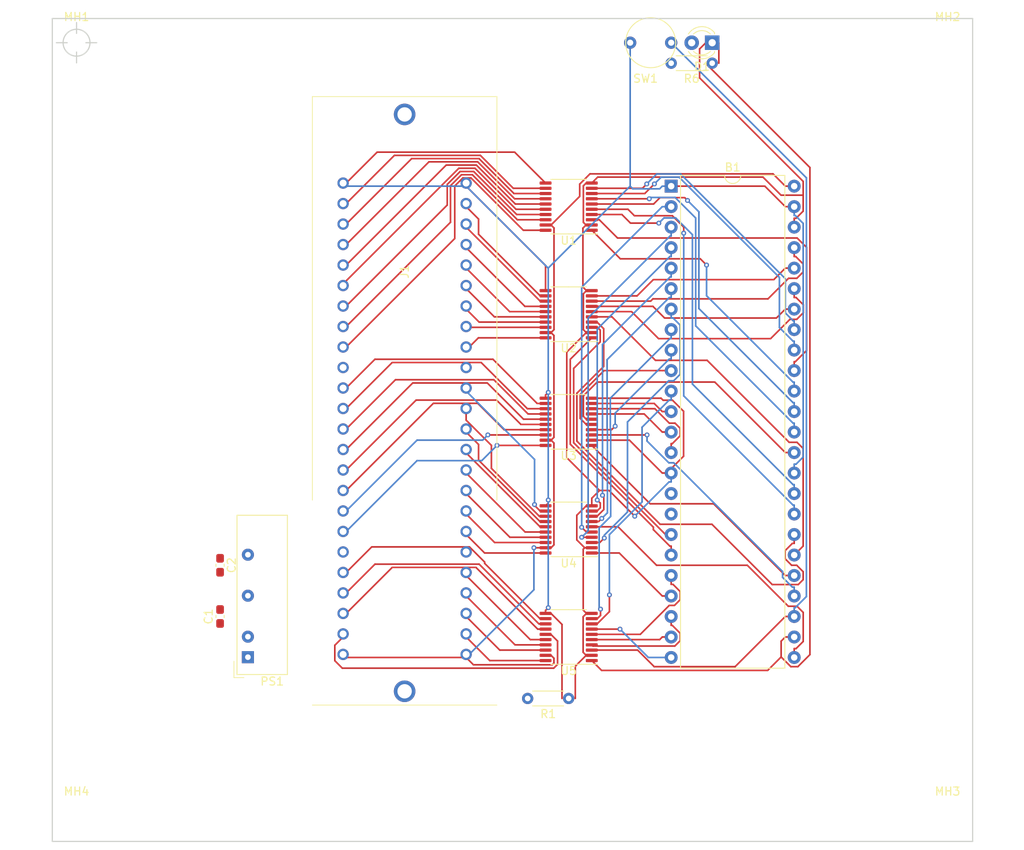
<source format=kicad_pcb>
(kicad_pcb (version 20221018) (generator pcbnew)
  (layers (0 "F.Cu" signal) (31 "B.Cu" signal) (34 "B.Paste" user) (35 "F.Paste" user) (36 "B.SilkS" user "B.Silkscreen") (37 "F.SilkS" user "F.Silkscreen") (38 "B.Mask" user) (39 "F.Mask" user) (44 "Edge.Cuts" user))
  (net 0 "")
  (net 1 "VCC")
  (net 2 "Net-(B1-P6.03)")
  (net 3 "Net-(B1-P6.02)")
  (net 4 "Net-(B1-P9.04)")
  (net 5 "Net-(B1-P9.05)")
  (net 6 "Net-(B1-P9.06)")
  (net 7 "Net-(B1-P9.08)")
  (net 8 "Net-(B1-P7.10)")
  (net 9 "Net-(B1-P7.17)")
  (net 10 "Net-(B1-P7.16)")
  (net 11 "Net-(B1-P7.11)")
  (net 12 "Net-(B1-P7.00)")
  (net 13 "Net-(B1-P7.02)")
  (net 14 "Net-(B1-P7.01)")
  (net 15 "+3.3V")
  (net 18 "Net-(B1-P6.30)")
  (net 19 "Net-(B1-P6.31)")
  (net 20 "Net-(B1-P8.18)")
  (net 21 "Net-(B1-P9.31)")
  (net 22 "Net-(B1-P8.23)")
  (net 23 "Net-(B1-P8.22)")
  (net 24 "GND")
  (net 25 "Net-(B1-P7.12)")
  (net 26 "Net-(B1-P9.07)")
  (net 27 "Net-(B1-P7.18)")
  (net 28 "Net-(B1-P7.19)")
  (net 29 "Net-(B1-P6.28)")
  (net 30 "Net-(B1-P6.29)")
  (net 31 "Net-(B1-P6.20)")
  (net 32 "Net-(B1-P6.21)")
  (net 33 "Net-(B1-P7.03{slash}LED)")
  (net 34 "Net-(B1-P6.18)")
  (net 35 "Net-(B1-P6.19)")
  (net 36 "Net-(B1-P6.23)")
  (net 37 "Net-(B1-P6.22)")
  (net 38 "Net-(B1-P6.17)")
  (net 39 "/P56")
  (net 40 "/P55")
  (net 41 "/P51")
  (net 42 "/P57")
  (net 43 "/P53")
  (net 44 "/P52")
  (net 45 "/P15")
  (net 46 "/P35")
  (net 47 "/P41")
  (net 48 "/P40")
  (net 49 "/P36")
  (net 50 "/P20")
  (net 51 "/P17")
  (net 52 "/P16")
  (net 53 "/P21")
  (net 54 "/P37")
  (net 55 "/P30")
  (net 56 "/P31")
  (net 57 "/P32")
  (net 58 "/P33")
  (net 59 "/P34")
  (net 60 "/P42")
  (net 61 "/P43")
  (net 62 "/P44")
  (net 63 "/P45")
  (net 64 "/P46")
  (net 65 "/P47")
  (net 66 "/P54")
  (net 67 "/P10")
  (net 68 "/P11")
  (net 69 "/P12")
  (net 70 "/P13")
  (net 71 "/P14")
  (net 72 "/P22")
  (net 73 "/P23")
  (net 74 "/P24")
  (net 75 "/P25")
  (net 76 "/P26")
  (net 77 "/P27")
  (net 78 "/P50")
  (net 79 "/~{USR_LED}")
  (net 80 "/~{USR_SW}")
  (net 81 "Net-(B1-P6.16)")
  (net 82 "Net-(B1-P6.26)")
  (net 83 "Net-(B1-P6.27)")
  (net 84 "Net-(B1-P6.24)")
  (net 85 "Net-(B1-P6.25)")
  (net 86 "Net-(D1-K)")
  (net 87 "/+15V")
  (footprint "MountingHole:MountingHole_2.2mm_M2" (layer "F.Cu") (at 183.5 44.6)
    (fp_text reference "MH2")
    (fp_text value "MountingHole_2.2mm_M2")
  )
  (footprint "MountingHole:MountingHole_2.2mm_M2" (layer "F.Cu") (at 183.5 140.6)
    (fp_text reference "MH3")
    (fp_text value "MountingHole_2.2mm_M2")
  )
  (footprint "MountingHole:MountingHole_2.2mm_M2" (layer "F.Cu") (at 75.6 140.6)
    (fp_text reference "MH4")
    (fp_text value "MountingHole_2.2mm_M2")
  )
  (footprint "MountingHole:MountingHole_2.2mm_M2" (layer "F.Cu") (at 75.6 44.6)
    (fp_text reference "MH1")
    (fp_text value "MountingHole_2.2mm_M2")
  )
  (footprint "0-LocalLibrary:Tact_SW_6x6mm" (layer "F.Cu") (at 146.72 44.6 180)
    (fp_text reference "SW1")
    (fp_text value "Tact_SW")
  )
  (footprint "Package_SO:TSSOP-20_4.4x6.5mm_P0.65mm" (layer "F.Cu") (at 136.56 64.92 180)
    (fp_text reference "U1")
    (fp_text value "TXS0108EPW")
  )
  (footprint "Capacitor_SMD:C_0603_1608Metric_Pad1.08x0.95mm_HandSolder" (layer "F.Cu") (at 93.38 109.37 -90)
    (fp_text reference "C2")
    (fp_text value "1.0u")
  )
  (footprint "Package_DIP:DIP-48_W15.24mm" (layer "F.Cu") (at 149.26 62.38)
    (fp_text reference "B1")
    (fp_text value "Teensy4.1")
  )
  (footprint "Capacitor_SMD:C_0603_1608Metric_Pad1.08x0.95mm_HandSolder" (layer "F.Cu") (at 93.38 115.72 90)
    (fp_text reference "C1")
    (fp_text value "2.2u")
  )
  (footprint "Resistor_THT:R_Axial_DIN0204_L3.6mm_D1.6mm_P5.08mm_Horizontal" (layer "F.Cu") (at 136.56 125.88 180)
    (fp_text reference "R1")
    (fp_text value "4.7k")
  )
  (footprint "Package_SO:TSSOP-20_4.4x6.5mm_P0.65mm" (layer "F.Cu") (at 136.56 91.59 180)
    (fp_text reference "U3")
    (fp_text value "TXS0108EPW")
  )
  (footprint "Package_SO:TSSOP-20_4.4x6.5mm_P0.65mm" (layer "F.Cu") (at 136.56 104.925 180)
    (fp_text reference "U4")
    (fp_text value "TXS0108EPW")
  )
  (footprint "0-LocalLibrary:Converter_DCDC_Minmax_MAU100_THT" (layer "F.Cu") (at 96.8275 120.7625 180)
    (fp_text reference "PS1")
    (fp_text value "MAU105")
  )
  (footprint "Package_SO:TSSOP-20_4.4x6.5mm_P0.65mm" (layer "F.Cu") (at 136.56 118.26 180)
    (fp_text reference "U5")
    (fp_text value "TXS0108EPW")
  )
  (footprint "Resistor_THT:R_Axial_DIN0204_L3.6mm_D1.6mm_P5.08mm_Horizontal" (layer "F.Cu") (at 154.34 47.14 180)
    (fp_text reference "R6")
    (fp_text value "560")
  )
  (footprint "LED_THT:LED_D3.0mm" (layer "F.Cu") (at 154.34 44.6 180)
    (fp_text reference "D1")
    (fp_text value "OSYL3131P")
  )
  (footprint "Package_SO:TSSOP-20_4.4x6.5mm_P0.65mm" (layer "F.Cu") (at 136.56 78.255 180)
    (fp_text reference "U2")
    (fp_text value "TXS0108EPW")
  )
  (footprint "0-LocalLibrary:Aries_ZIF_socket_DIP-48-pin" (layer "F.Cu") (at 116.24 75.97)
    (fp_text reference "J1")
    (fp_text value "Bionic_ZIF_Socket_48pin" hide)
  )
  (gr_line (start 72.6 143.6) (end 72.6 41.6) (stroke (width 0.15)) (layer "Edge.Cuts"))
  (gr_line (start 72.6 41.6) (end 186.6 41.6) (stroke (width 0.15)) (layer "Edge.Cuts"))
  (gr_line (start 186.6 143.6) (end 72.6 143.6) (stroke (width 0.15)) (layer "Edge.Cuts"))
  (gr_line (start 186.6 41.6) (end 186.6 143.6) (stroke (width 0.15)) (layer "Edge.Cuts"))
  (target plus (at 75.6 44.6) (size 5) (width 0.15) (layer "Edge.Cuts"))
  (segment (start 139.4225 75.33) (end 138.7684 75.33) (width 0.2) (layer "F.Cu") (net 0))
  (segment (start 138.3844 66.8665) (end 138.7129 67.195) (width 0.2) (layer "F.Cu") (net 0))
  (segment (start 165.6109 65.4769) (end 165.6109 63.4984) (width 0.2) (layer "F.Cu") (net 0))
  (segment (start 137.5676 106.2227) (end 138.5449 107.2) (width 0.2) (layer "F.Cu") (net 0))
  (segment (start 138.3531 120.1573) (end 138.7308 120.535) (width 0.2) (layer "F.Cu") (net 0))
  (segment (start 153.5525 44.6) (end 152.7798 45.3727) (width 0.2) (layer "F.Cu") (net 0))
  (segment (start 164.7279 66.3599) (end 165.6109 65.4769) (width 0.2) (layer "F.Cu") (net 0))
  (segment (start 165.6109 61.7901) (end 165.6109 63.4984) (width 0.2) (layer "F.Cu") (net 0))
  (segment (start 139.4225 115.335) (end 138.7682 115.335) (width 0.2) (layer "F.Cu") (net 0))
  (segment (start 139.4225 120.535) (end 138.7308 120.535) (width 0.2) (layer "F.Cu") (net 0))
  (segment (start 139.4225 102) (end 139.4225 101.0643) (width 0.2) (layer "F.Cu") (net 0))
  (segment (start 138.3647 114.9315) (end 138.3647 107.3802) (width 0.2) (layer "F.Cu") (net 0))
  (segment (start 144.0849 93.865) (end 139.4225 93.865) (width 0.2) (layer "F.Cu") (net 0))
  (segment (start 148.71 97.94) (end 150.7946 95.8554) (width 0.2) (layer "F.Cu") (net 0))
  (segment (start 165.6109 63.4984) (end 162.8688 63.4984) (width 0.2) (layer "F.Cu") (net 0))
  (segment (start 138.741 80.53) (end 139.4225 80.53) (width 0.2) (layer "F.Cu") (net 0))
  (segment (start 164.5 66.3599) (end 164.7279 66.3599) (width 0.2) (layer "F.Cu") (net 0))
  (segment (start 148.71 97.94) (end 148.1599 97.94) (width 0.2) (layer "F.Cu") (net 0))
  (segment (start 138.3531 115.7501) (end 138.3531 120.1573) (width 0.2) (layer "F.Cu") (net 0))
  (segment (start 138.7284 61.995) (end 138.3844 62.339) (width 0.2) (layer "F.Cu") (net 0))
  (segment (start 138.327 67.5809) (end 138.7129 67.195) (width 0.2) (layer "F.Cu") (net 0))
  (segment (start 141.5577 100.0986) (end 144.7472 103.2881) (width 0.2) (layer "F.Cu") (net 0))
  (segment (start 138.3647 107.3802) (end 138.5449 107.2) (width 0.2) (layer "F.Cu") (net 0))
  (segment (start 148.1599 97.94) (end 144.0849 93.865) (width 0.2) (layer "F.Cu") (net 0))
  (segment (start 138.741 80.53) (end 136.3263 82.9447) (width 0.2) (layer "F.Cu") (net 0))
  (segment (start 148.2602 88.9148) (end 148.0104 88.665) (width 0.2) (layer "F.Cu") (net 0))
  (segment (start 138.7682 115.335) (end 138.3531 115.7501) (width 0.2) (layer "F.Cu") (net 0))
  (segment (start 138.7684 75.33) (end 138.3844 75.714) (width 0.2) (layer "F.Cu") (net 0))
  (segment (start 155.165 44.6375) (end 155.165 47.14) (width 0.2) (layer "F.Cu") (net 0))
  (segment (start 164.5 67.46) (end 164.5 66.3599) (width 0.2) (layer "F.Cu") (net 0))
  (segment (start 148.0104 88.665) (end 139.4225 88.665) (width 0.2) (layer "F.Cu") (net 0))
  (segment (start 137.5676 103.1723) (end 137.5676 106.2227) (width 0.2) (layer "F.Cu") (net 0))
  (segment (start 152.7798 45.3727) (end 152.7798 48.959) (width 0.2) (layer "F.Cu") (net 0))
  (segment (start 138.5449 107.2) (end 139.4225 107.2) (width 0.2) (layer "F.Cu") (net 0))
  (segment (start 138.327 74.8886) (end 138.327 67.5809) (width 0.2) (layer "F.Cu") (net 0))
  (segment (start 136.3263 96.0367) (end 140.3882 100.0986) (width 0.2) (layer "F.Cu") (net 0))
  (segment (start 138.3844 75.714) (end 138.3844 80.1734) (width 0.2) (layer "F.Cu") (net 0))
  (segment (start 138.7129 67.195) (end 139.4225 67.195) (width 0.2) (layer "F.Cu") (net 0))
  (segment (start 137.385 121.8808) (end 137.385 125.88) (width 0.2) (layer "F.Cu") (net 0))
  (segment (start 138.7399 102) (end 137.5676 103.1723) (width 0.2) (layer "F.Cu") (net 0))
  (segment (start 139.4225 102) (end 138.7399 102) (width 0.2) (layer "F.Cu") (net 0))
  (segment (start 139.4225 61.995) (end 138.7284 61.995) (width 0.2) (layer "F.Cu") (net 0))
  (segment (start 136.3263 82.9447) (end 136.3263 96.0367) (width 0.2) (layer "F.Cu") (net 0))
  (segment (start 140.3882 100.0986) (end 141.5577 100.0986) (width 0.2) (layer "F.Cu") (net 0))
  (segment (start 162.8688 63.4984) (end 160.6278 61.2574) (width 0.2) (layer "F.Cu") (net 0))
  (segment (start 155.1275 44.6) (end 155.165 44.6375) (width 0.2) (layer "F.Cu") (net 0))
  (segment (start 138.3844 62.339) (end 138.3844 66.8665) (width 0.2) (layer "F.Cu") (net 0))
  (segment (start 150.7946 90.2833) (end 149.4261 88.9148) (width 0.2) (layer "F.Cu") (net 0))
  (segment (start 139.4225 101.0643) (end 140.3882 100.0986) (width 0.2) (layer "F.Cu") (net 0))
  (segment (start 138.7682 115.335) (end 138.3647 114.9315) (width 0.2) (layer "F.Cu") (net 0))
  (segment (start 149.26 97.94) (end 148.71 97.94) (width 0.2) (layer "F.Cu") (net 0))
  (segment (start 160.6278 61.2574) (end 140.1601 61.2574) (width 0.2) (layer "F.Cu") (net 0))
  (segment (start 140.1601 61.2574) (end 139.4225 61.995) (width 0.2) (layer "F.Cu") (net 0))
  (segment (start 138.3844 80.1734) (end 138.741 80.53) (width 0.2) (layer "F.Cu") (net 0))
  (segment (start 149.4261 88.9148) (end 148.2602 88.9148) (width 0.2) (layer "F.Cu") (net 0))
  (segment (start 150.7946 95.8554) (end 150.7946 90.2833) (width 0.2) (layer "F.Cu") (net 0))
  (segment (start 138.7684 75.33) (end 138.327 74.8886) (width 0.2) (layer "F.Cu") (net 0))
  (segment (start 152.7798 48.959) (end 165.6109 61.7901) (width 0.2) (layer "F.Cu") (net 0))
  (segment (start 138.7308 120.535) (end 137.385 121.8808) (width 0.2) (layer "F.Cu") (net 0))
  (via (at 144.7472 103.2881) (size 0.6) (drill 0.3) (layers "F.Cu" "B.Cu") (net 0))
  (segment (start 149.26 97.94) (end 149.26 99.0401) (width 0.2) (layer "B.Cu") (net 0))
  (segment (start 149.26 99.0401) (end 148.9952 99.0401) (width 0.2) (layer "B.Cu") (net 0))
  (segment (start 148.9952 99.0401) (end 144.7472 103.2881) (width 0.2) (layer "B.Cu") (net 0))
  (segment (start 133.6975 80.53) (end 134.3788 80.53) (width 0.2) (layer "F.Cu") (net 1))
  (segment (start 134.3858 93.865) (end 133.6975 93.865) (width 0.2) (layer "F.Cu") (net 1))
  (segment (start 137.9271 62.1312) (end 137.9271 63.6462) (width 0.2) (layer "F.Cu") (net 1))
  (segment (start 134.7356 93.5152) (end 134.3858 93.865) (width 0.2) (layer "F.Cu") (net 1))
  (segment (start 139.2021 60.8562) (end 137.9271 62.1312) (width 0.2) (layer "F.Cu") (net 1))
  (segment (start 134.7356 94.2148) (end 134.3858 93.865) (width 0.2) (layer "F.Cu") (net 1))
  (segment (start 134.744 67.5607) (end 134.3783 67.195) (width 0.2) (layer "F.Cu") (net 1))
  (segment (start 108.62 120.8) (end 123.86 120.8) (width 0.2) (layer "F.Cu") (net 1))
  (segment (start 134.7356 106.8432) (end 134.7356 94.2148) (width 0.2) (layer "F.Cu") (net 1))
  (segment (start 134.3788 80.53) (end 134.7356 80.8868) (width 0.2) (layer "F.Cu") (net 1))
  (segment (start 134.7356 120.8913) (end 134.7356 121.4854) (width 0.2) (layer "F.Cu") (net 1))
  (segment (start 161.8761 60.8562) (end 139.2021 60.8562) (width 0.2) (layer "F.Cu") (net 1))
  (segment (start 133.6975 120.535) (end 134.3793 120.535) (width 0.2) (layer "F.Cu") (net 1))
  (segment (start 134.7356 121.4854) (end 134.5181 121.7029) (width 0.2) (layer "F.Cu") (net 1))
  (segment (start 124.7629 121.7029) (end 123.86 120.8) (width 0.2) (layer "F.Cu") (net 1))
  (segment (start 134.3793 120.535) (end 134.7356 120.8913) (width 0.2) (layer "F.Cu") (net 1))
  (segment (start 163.3999 62.38) (end 161.8761 60.8562) (width 0.2) (layer "F.Cu") (net 1))
  (segment (start 164.5 62.38) (end 163.3999 62.38) (width 0.2) (layer "F.Cu") (net 1))
  (segment (start 137.9271 63.6462) (end 134.3783 67.195) (width 0.2) (layer "F.Cu") (net 1))
  (segment (start 134.744 80.1648) (end 134.744 67.5607) (width 0.2) (layer "F.Cu") (net 1))
  (segment (start 132.2559 107.2) (end 133.6975 107.2) (width 0.2) (layer "F.Cu") (net 1))
  (segment (start 134.5181 121.7029) (end 124.7629 121.7029) (width 0.2) (layer "F.Cu") (net 1))
  (segment (start 134.7356 80.8868) (end 134.7356 93.5152) (width 0.2) (layer "F.Cu") (net 1))
  (segment (start 133.6975 107.2) (end 134.3788 107.2) (width 0.2) (layer "F.Cu") (net 1))
  (segment (start 134.3788 107.2) (end 134.7356 106.8432) (width 0.2) (layer "F.Cu") (net 1))
  (segment (start 134.3788 80.53) (end 134.744 80.1648) (width 0.2) (layer "F.Cu") (net 1))
  (segment (start 134.3783 67.195) (end 133.6975 67.195) (width 0.2) (layer "F.Cu") (net 1))
  (via (at 132.2559 107.2) (size 0.6) (drill 0.3) (layers "F.Cu" "B.Cu") (net 1))
  (segment (start 132.2559 112.4041) (end 132.2559 107.2) (width 0.2) (layer "B.Cu") (net 1))
  (segment (start 123.86 120.8) (end 132.2559 112.4041) (width 0.2) (layer "B.Cu") (net 1))
  (segment (start 138.7596 105.25) (end 138.1736 104.664) (width 0.2) (layer "F.Cu") (net 2))
  (segment (start 139.4225 105.25) (end 138.7596 105.25) (width 0.2) (layer "F.Cu") (net 2))
  (via (at 138.1736 104.664) (size 0.6) (drill 0.3) (layers "F.Cu" "B.Cu") (net 2))
  (segment (start 149.26 64.92) (end 148.1599 64.92) (width 0.2) (layer "B.Cu") (net 2))
  (segment (start 138.1736 74.9063) (end 138.1736 104.664) (width 0.2) (layer "B.Cu") (net 2))
  (segment (start 148.1599 64.92) (end 138.1736 74.9063) (width 0.2) (layer "B.Cu") (net 2))
  (segment (start 139.4225 105.9) (end 138.1745 105.9) (width 0.2) (layer "F.Cu") (net 3))
  (via (at 138.1745 105.9) (size 0.6) (drill 0.3) (layers "F.Cu" "B.Cu") (net 3))
  (segment (start 138.1745 105.9) (end 138.9747 105.0998) (width 0.2) (layer "B.Cu") (net 3))
  (segment (start 138.9747 78.7079) (end 149.1225 68.5601) (width 0.2) (layer "B.Cu") (net 3))
  (segment (start 149.1225 68.5601) (end 149.26 68.5601) (width 0.2) (layer "B.Cu") (net 3))
  (segment (start 138.9747 105.0998) (end 138.9747 78.7079) (width 0.2) (layer "B.Cu") (net 3))
  (segment (start 149.26 67.46) (end 149.26 68.5601) (width 0.2) (layer "B.Cu") (net 3))
  (segment (start 140.0764 102.65) (end 140.4812 102.2452) (width 0.2) (layer "F.Cu") (net 4))
  (segment (start 140.4812 101.6634) (end 140.1007 101.2829) (width 0.2) (layer "F.Cu") (net 4))
  (segment (start 139.4225 102.65) (end 140.0764 102.65) (width 0.2) (layer "F.Cu") (net 4))
  (segment (start 140.4812 102.2452) (end 140.4812 101.6634) (width 0.2) (layer "F.Cu") (net 4))
  (via (at 140.1007 101.2829) (size 0.6) (drill 0.3) (layers "F.Cu" "B.Cu") (net 4))
  (segment (start 140.1007 80.0998) (end 149.1004 71.1001) (width 0.2) (layer "B.Cu") (net 4))
  (segment (start 149.1004 71.1001) (end 149.26 71.1001) (width 0.2) (layer "B.Cu") (net 4))
  (segment (start 149.26 70) (end 149.26 71.1001) (width 0.2) (layer "B.Cu") (net 4))
  (segment (start 140.1007 101.2829) (end 140.1007 80.0998) (width 0.2) (layer "B.Cu") (net 4))
  (segment (start 139.4225 103.3) (end 140.079 103.3) (width 0.2) (layer "F.Cu") (net 5))
  (segment (start 140.9111 102.4679) (end 140.9111 100.8565) (width 0.2) (layer "F.Cu") (net 5))
  (segment (start 140.9111 100.8565) (end 140.7534 100.6988) (width 0.2) (layer "F.Cu") (net 5))
  (segment (start 140.079 103.3) (end 140.9111 102.4679) (width 0.2) (layer "F.Cu") (net 5))
  (via (at 140.7534 100.6988) (size 0.6) (drill 0.3) (layers "F.Cu" "B.Cu") (net 5))
  (segment (start 140.7534 100.6988) (end 140.7534 82.0092) (width 0.2) (layer "B.Cu") (net 5))
  (segment (start 149.26 72.54) (end 149.26 73.6401) (width 0.2) (layer "B.Cu") (net 5))
  (segment (start 149.1225 73.6401) (end 149.26 73.6401) (width 0.2) (layer "B.Cu") (net 5))
  (segment (start 140.7534 82.0092) (end 149.1225 73.6401) (width 0.2) (layer "B.Cu") (net 5))
  (segment (start 139.4225 103.95) (end 140.2775 103.95) (width 0.2) (layer "F.Cu") (net 6))
  (segment (start 140.2775 103.95) (end 140.661 103.5665) (width 0.2) (layer "F.Cu") (net 6))
  (via (at 140.661 103.5665) (size 0.6) (drill 0.3) (layers "F.Cu" "B.Cu") (net 6))
  (segment (start 149.26 76.1801) (end 149.032 76.1801) (width 0.2) (layer "B.Cu") (net 6))
  (segment (start 141.3637 92.5841) (end 141.3637 102.8638) (width 0.2) (layer "B.Cu") (net 6))
  (segment (start 149.26 75.08) (end 149.26 76.1801) (width 0.2) (layer "B.Cu") (net 6))
  (segment (start 141.3213 92.5417) (end 141.3637 92.5841) (width 0.2) (layer "B.Cu") (net 6))
  (segment (start 141.3213 83.8908) (end 141.3213 92.5417) (width 0.2) (layer "B.Cu") (net 6))
  (segment (start 141.3637 102.8638) (end 140.661 103.5665) (width 0.2) (layer "B.Cu") (net 6))
  (segment (start 149.032 76.1801) (end 141.3213 83.8908) (width 0.2) (layer "B.Cu") (net 6))
  (segment (start 139.4225 106.55) (end 140.4176 106.55) (width 0.2) (layer "F.Cu") (net 7))
  (segment (start 140.4176 106.55) (end 140.9727 105.9949) (width 0.2) (layer "F.Cu") (net 7))
  (via (at 140.9727 105.9949) (size 0.6) (drill 0.3) (layers "F.Cu" "B.Cu") (net 7))
  (segment (start 143.8497 102.7648) (end 143.8497 91.6075) (width 0.2) (layer "B.Cu") (net 7))
  (segment (start 140.9727 105.9949) (end 140.9727 105.6418) (width 0.2) (layer "B.Cu") (net 7))
  (segment (start 149.26 77.62) (end 149.26 78.7201) (width 0.2) (layer "B.Cu") (net 7))
  (segment (start 143.8497 91.6075) (end 148.9472 86.51) (width 0.2) (layer "B.Cu") (net 7))
  (segment (start 140.9727 105.6418) (end 143.8497 102.7648) (width 0.2) (layer "B.Cu") (net 7))
  (segment (start 150.363 79.5952) (end 149.4879 78.7201) (width 0.2) (layer "B.Cu") (net 7))
  (segment (start 149.4879 78.7201) (end 149.26 78.7201) (width 0.2) (layer "B.Cu") (net 7))
  (segment (start 150.363 85.7125) (end 150.363 79.5952) (width 0.2) (layer "B.Cu") (net 7))
  (segment (start 149.5655 86.51) (end 150.363 85.7125) (width 0.2) (layer "B.Cu") (net 7))
  (segment (start 148.9472 86.51) (end 149.5655 86.51) (width 0.2) (layer "B.Cu") (net 7))
  (segment (start 139.4225 115.985) (end 140.111 115.985) (width 0.2) (layer "F.Cu") (net 8))
  (segment (start 140.5065 115.5895) (end 140.5065 114.8056) (width 0.2) (layer "F.Cu") (net 8))
  (segment (start 140.111 115.985) (end 140.5065 115.5895) (width 0.2) (layer "F.Cu") (net 8))
  (via (at 140.5065 114.8056) (size 0.6) (drill 0.3) (layers "F.Cu" "B.Cu") (net 8))
  (segment (start 141.7638 92.4184) (end 141.7638 103.3124) (width 0.2) (layer "B.Cu") (net 8))
  (segment (start 140.3371 104.7391) (end 140.3371 114.6362) (width 0.2) (layer "B.Cu") (net 8))
  (segment (start 141.7214 92.376) (end 141.7638 92.4184) (width 0.2) (layer "B.Cu") (net 8))
  (segment (start 141.7638 103.3124) (end 140.3371 104.7391) (width 0.2) (layer "B.Cu") (net 8))
  (segment (start 140.3371 114.6362) (end 140.5065 114.8056) (width 0.2) (layer "B.Cu") (net 8))
  (segment (start 149.26 80.16) (end 149.26 81.2601) (width 0.2) (layer "B.Cu") (net 8))
  (segment (start 141.7214 88.6612) (end 141.7214 92.376) (width 0.2) (layer "B.Cu") (net 8))
  (segment (start 149.1225 81.2601) (end 141.7214 88.6612) (width 0.2) (layer "B.Cu") (net 8))
  (segment (start 149.26 81.2601) (end 149.1225 81.2601) (width 0.2) (layer "B.Cu") (net 8))
  (segment (start 141.884 92.565) (end 142.3215 92.1275) (width 0.2) (layer "F.Cu") (net 9))
  (segment (start 139.4225 92.565) (end 141.884 92.565) (width 0.2) (layer "F.Cu") (net 9))
  (via (at 142.3215 92.1275) (size 0.6) (drill 0.3) (layers "F.Cu" "B.Cu") (net 9))
  (segment (start 142.3215 92.1275) (end 142.3215 90.5106) (width 0.2) (layer "B.Cu") (net 9))
  (segment (start 149.032 83.8001) (end 149.26 83.8001) (width 0.2) (layer "B.Cu") (net 9))
  (segment (start 142.3215 90.5106) (end 149.032 83.8001) (width 0.2) (layer "B.Cu") (net 9))
  (segment (start 149.26 82.7) (end 149.26 83.8001) (width 0.2) (layer "B.Cu") (net 9))
  (segment (start 138.7359 91.915) (end 139.4225 91.915) (width 0.2) (layer "F.Cu") (net 10))
  (segment (start 148.1599 85.24) (end 140.9499 85.24) (width 0.2) (layer "F.Cu") (net 10))
  (segment (start 137.9843 91.1634) (end 138.7359 91.915) (width 0.2) (layer "F.Cu") (net 10))
  (segment (start 149.26 85.24) (end 148.1599 85.24) (width 0.2) (layer "F.Cu") (net 10))
  (segment (start 140.9499 85.24) (end 137.9843 88.2056) (width 0.2) (layer "F.Cu") (net 10))
  (segment (start 137.9843 88.2056) (end 137.9843 91.1634) (width 0.2) (layer "F.Cu") (net 10))
  (segment (start 139.4225 116.635) (end 140.0889 116.635) (width 0.2) (layer "F.Cu") (net 11))
  (segment (start 140.0889 116.635) (end 141.6082 115.1157) (width 0.2) (layer "F.Cu") (net 11))
  (segment (start 141.6082 115.1157) (end 141.6082 113.04) (width 0.2) (layer "F.Cu") (net 11))
  (via (at 141.6082 113.04) (size 0.6) (drill 0.3) (layers "F.Cu" "B.Cu") (net 11))
  (segment (start 149.26 88.8801) (end 149.032 88.8801) (width 0.2) (layer "B.Cu") (net 11))
  (segment (start 149.26 87.78) (end 149.26 88.8801) (width 0.2) (layer "B.Cu") (net 11))
  (segment (start 145.6523 92.2598) (end 145.6523 101.5281) (width 0.2) (layer "B.Cu") (net 11))
  (segment (start 145.6523 101.5281) (end 141.6082 105.5722) (width 0.2) (layer "B.Cu") (net 11))
  (segment (start 149.032 88.8801) (end 145.6523 92.2598) (width 0.2) (layer "B.Cu") (net 11))
  (segment (start 141.6082 105.5722) (end 141.6082 113.04) (width 0.2) (layer "B.Cu") (net 11))
  (segment (start 149.26 90.32) (end 148.1599 90.32) (width 0.2) (layer "F.Cu") (net 12))
  (segment (start 139.4225 89.315) (end 147.1549 89.315) (width 0.2) (layer "F.Cu") (net 12))
  (segment (start 147.1549 89.315) (end 148.1599 90.32) (width 0.2) (layer "F.Cu") (net 12))
  (segment (start 145.9149 90.615) (end 148.1599 92.86) (width 0.2) (layer "F.Cu") (net 13))
  (segment (start 139.4225 90.615) (end 145.9149 90.615) (width 0.2) (layer "F.Cu") (net 13))
  (segment (start 149.26 92.86) (end 148.1599 92.86) (width 0.2) (layer "F.Cu") (net 13))
  (segment (start 150.3727 93.3247) (end 150.3727 92.3902) (width 0.2) (layer "F.Cu") (net 14))
  (segment (start 149.3975 94.2999) (end 150.3727 93.3247) (width 0.2) (layer "F.Cu") (net 14))
  (segment (start 147.239 89.965) (end 139.4225 89.965) (width 0.2) (layer "F.Cu") (net 14))
  (segment (start 149.26 94.2999) (end 149.3975 94.2999) (width 0.2) (layer "F.Cu") (net 14))
  (segment (start 150.3727 92.3902) (end 149.7423 91.7598) (width 0.2) (layer "F.Cu") (net 14))
  (segment (start 149.26 95.4) (end 149.26 94.2999) (width 0.2) (layer "F.Cu") (net 14))
  (segment (start 149.7423 91.7598) (end 149.0338 91.7598) (width 0.2) (layer "F.Cu") (net 14))
  (segment (start 149.0338 91.7598) (end 147.239 89.965) (width 0.2) (layer "F.Cu") (net 14))
  (segment (start 140.4697 80.2244) (end 140.4697 81.6806) (width 0.2) (layer "F.Cu") (net 18))
  (segment (start 140.4697 81.6806) (end 137.1795 84.9708) (width 0.2) (layer "F.Cu") (net 18))
  (segment (start 137.1795 94.1797) (end 148.5598 105.56) (width 0.2) (layer "F.Cu") (net 18))
  (segment (start 139.4225 79.88) (end 140.1253 79.88) (width 0.2) (layer "F.Cu") (net 18))
  (segment (start 148.5598 105.56) (end 149.26 105.56) (width 0.2) (layer "F.Cu") (net 18))
  (segment (start 140.1253 79.88) (end 140.4697 80.2244) (width 0.2) (layer "F.Cu") (net 18))
  (segment (start 137.1795 84.9708) (end 137.1795 94.1797) (width 0.2) (layer "F.Cu") (net 18))
  (segment (start 149.0977 106.9999) (end 149.26 106.9999) (width 0.2) (layer "F.Cu") (net 19))
  (segment (start 139.4225 81.18) (end 136.7616 83.8409) (width 0.2) (layer "F.Cu") (net 19))
  (segment (start 136.7616 94.3629) (end 147.0534 104.6547) (width 0.2) (layer "F.Cu") (net 19))
  (segment (start 136.7616 83.8409) (end 136.7616 94.3629) (width 0.2) (layer "F.Cu") (net 19))
  (segment (start 149.26 108.1) (end 149.26 106.9999) (width 0.2) (layer "F.Cu") (net 19))
  (segment (start 147.0534 104.9556) (end 149.0977 106.9999) (width 0.2) (layer "F.Cu") (net 19))
  (segment (start 147.0534 104.6547) (end 147.0534 104.9556) (width 0.2) (layer "F.Cu") (net 19))
  (segment (start 149.26 110.64) (end 149.26 111.7401) (width 0.2) (layer "F.Cu") (net 20))
  (segment (start 150.3771 112.6293) (end 149.4879 111.7401) (width 0.2) (layer "F.Cu") (net 20))
  (segment (start 149.6672 114.3473) (end 150.3771 113.6374) (width 0.2) (layer "F.Cu") (net 20))
  (segment (start 149.4879 111.7401) (end 149.26 111.7401) (width 0.2) (layer "F.Cu") (net 20))
  (segment (start 145.4311 117.935) (end 149.0188 114.3473) (width 0.2) (layer "F.Cu") (net 20))
  (segment (start 149.0188 114.3473) (end 149.6672 114.3473) (width 0.2) (layer "F.Cu") (net 20))
  (segment (start 139.4225 117.935) (end 145.4311 117.935) (width 0.2) (layer "F.Cu") (net 20))
  (segment (start 150.3771 113.6374) (end 150.3771 112.6293) (width 0.2) (layer "F.Cu") (net 20))
  (segment (start 142.8299 107.85) (end 148.1599 113.18) (width 0.2) (layer "F.Cu") (net 21))
  (segment (start 139.4225 107.85) (end 142.8299 107.85) (width 0.2) (layer "F.Cu") (net 21))
  (segment (start 149.26 113.18) (end 148.1599 113.18) (width 0.2) (layer "F.Cu") (net 21))
  (segment (start 149.3975 116.8201) (end 150.3797 117.8023) (width 0.2) (layer "F.Cu") (net 22))
  (segment (start 149.26 115.72) (end 149.26 116.8201) (width 0.2) (layer "F.Cu") (net 22))
  (segment (start 150.3797 118.7172) (end 149.7125 119.3844) (width 0.2) (layer "F.Cu") (net 22))
  (segment (start 149.26 116.8201) (end 149.3975 116.8201) (width 0.2) (layer "F.Cu") (net 22))
  (segment (start 149.7125 119.3844) (end 139.5719 119.3844) (width 0.2) (layer "F.Cu") (net 22))
  (segment (start 150.3797 117.8023) (end 150.3797 118.7172) (width 0.2) (layer "F.Cu") (net 22))
  (segment (start 139.5719 119.3844) (end 139.4225 119.235) (width 0.2) (layer "F.Cu") (net 22))
  (segment (start 147.8349 118.585) (end 148.1599 118.26) (width 0.2) (layer "F.Cu") (net 23))
  (segment (start 139.4225 118.585) (end 147.8349 118.585) (width 0.2) (layer "F.Cu") (net 23))
  (segment (start 149.26 118.26) (end 148.1599 118.26) (width 0.2) (layer "F.Cu") (net 23))
  (segment (start 164.5 64.92) (end 163.3999 64.92) (width 0.2) (layer "F.Cu") (net 24))
  (segment (start 133.6975 114.9646) (end 134.0328 114.6293) (width 0.2) (layer "F.Cu") (net 24))
  (segment (start 133.6975 75.33) (end 133.6975 72.2175) (width 0.2) (layer "F.Cu") (net 24))
  (segment (start 112.8357 58.1643) (end 108.62 62.38) (width 0.2) (layer "F.Cu") (net 24))
  (segment (start 133.6975 72.2175) (end 123.86 62.38) (width 0.2) (layer "F.Cu") (net 24))
  (segment (start 149.26 62.38) (end 150.3601 62.38) (width 0.2) (layer "F.Cu") (net 24))
  (segment (start 133.6975 88.665) (end 133.6975 88.2761) (width 0.2) (layer "F.Cu") (net 24))
  (segment (start 133.6975 88.2761) (end 134.0328 87.9408) (width 0.2) (layer "F.Cu") (net 24))
  (segment (start 133.6975 115.335) (end 134.3669 115.335) (width 0.2) (layer "F.Cu") (net 24))
  (segment (start 133.6975 102) (end 134.0328 101.6647) (width 0.2) (layer "F.Cu") (net 24))
  (segment (start 150.3601 62.38) (end 160.8599 62.38) (width 0.2) (layer "F.Cu") (net 24))
  (segment (start 134.3669 115.335) (end 135.735 116.7031) (width 0.2) (layer "F.Cu") (net 24))
  (segment (start 160.8599 62.38) (end 163.3999 64.92) (width 0.2) (layer "F.Cu") (net 24))
  (segment (start 133.6975 61.995) (end 129.8668 58.1643) (width 0.2) (layer "F.Cu") (net 24))
  (segment (start 135.735 116.7031) (end 135.735 125.88) (width 0.2) (layer "F.Cu") (net 24))
  (segment (start 134.0328 101.6647) (end 134.0328 101.2836) (width 0.2) (layer "F.Cu") (net 24))
  (segment (start 129.8668 58.1643) (end 112.8357 58.1643) (width 0.2) (layer "F.Cu") (net 24))
  (segment (start 133.6975 115.335) (end 133.6975 114.9646) (width 0.2) (layer "F.Cu") (net 24))
  (via (at 134.0328 114.6293) (size 0.6) (drill 0.3) (layers "F.Cu" "B.Cu") (net 24))
  (via (at 134.0328 101.2836) (size 0.6) (drill 0.3) (layers "F.Cu" "B.Cu") (net 24))
  (via (at 134.0328 87.9408) (size 0.6) (drill 0.3) (layers "F.Cu" "B.Cu") (net 24))
  (segment (start 165.6127 95.9551) (end 164.7279 96.8399) (width 0.2) (layer "B.Cu") (net 24))
  (segment (start 164.6375 66.0201) (end 165.6127 66.9953) (width 0.2) (layer "B.Cu") (net 24))
  (segment (start 134.0328 101.2836) (end 134.0328 114.6293) (width 0.2) (layer "B.Cu") (net 24))
  (segment (start 134.0328 101.2836) (end 134.0328 87.9408) (width 0.2) (layer "B.Cu") (net 24))
  (segment (start 147.8298 62.7101) (end 148.1599 62.38) (width 0.2) (layer "B.Cu") (net 24))
  (segment (start 144.18 62.38) (end 144.5101 62.7101) (width 0.2) (layer "B.Cu") (net 24))
  (segment (start 134.0328 87.9408) (end 134.0328 72.5528) (width 0.2) (layer "B.Cu") (net 24))
  (segment (start 165.6127 66.9953) (end 165.6127 95.9551) (width 0.2) (layer "B.Cu") (net 24))
  (segment (start 164.5 66.0201) (end 164.6375 66.0201) (width 0.2) (layer "B.Cu") (net 24))
  (segment (start 164.5 97.94) (end 164.5 96.8399) (width 0.2) (layer "B.Cu") (net 24))
  (segment (start 134.0328 72.5528) (end 134.02 72.54) (width 0.2) (layer "B.Cu") (net 24))
  (segment (start 164.7279 96.8399) (end 164.5 96.8399) (width 0.2) (layer "B.Cu") (net 24))
  (segment (start 144.18 62.38) (end 144.18 44.6) (width 0.2) (layer "B.Cu") (net 24))
  (segment (start 123.86 62.38) (end 108.62 62.38) (width 0.2) (layer "B.Cu") (net 24))
  (segment (start 144.5101 62.7101) (end 147.8298 62.7101) (width 0.2) (layer "B.Cu") (net 24))
  (segment (start 134.02 72.54) (end 144.18 62.38) (width 0.2) (layer "B.Cu") (net 24))
  (segment (start 149.26 62.38) (end 148.1599 62.38) (width 0.2) (layer "B.Cu") (net 24))
  (segment (start 164.5 64.92) (end 164.5 66.0201) (width 0.2) (layer "B.Cu") (net 24))
  (segment (start 134.02 72.54) (end 123.86 62.38) (width 0.2) (layer "B.Cu") (net 24))
  (segment (start 139.4225 117.285) (end 142.9184 117.285) (width 0.2) (layer "F.Cu") (net 25))
  (via (at 142.9184 117.285) (size 0.6) (drill 0.3) (layers "F.Cu" "B.Cu") (net 25))
  (segment (start 149.26 120.8) (end 146.4334 120.8) (width 0.2) (layer "B.Cu") (net 25))
  (segment (start 146.4334 120.8) (end 142.9184 117.285) (width 0.2) (layer "B.Cu") (net 25))
  (segment (start 165.6162 115.2163) (end 165.6162 118.8116) (width 0.2) (layer "F.Cu") (net 26))
  (segment (start 165.6162 118.8116) (end 164.7279 119.6999) (width 0.2) (layer "F.Cu") (net 26))
  (segment (start 147.4488 109.37) (end 158.6898 109.37) (width 0.2) (layer "F.Cu") (net 26))
  (segment (start 158.6898 109.37) (end 163.7698 114.45) (width 0.2) (layer "F.Cu") (net 26))
  (segment (start 139.4225 104.6) (end 142.6788 104.6) (width 0.2) (layer "F.Cu") (net 26))
  (segment (start 164.5 120.8) (end 164.5 119.6999) (width 0.2) (layer "F.Cu") (net 26))
  (segment (start 163.7698 114.45) (end 164.8499 114.45) (width 0.2) (layer "F.Cu") (net 26))
  (segment (start 164.7279 119.6999) (end 164.5 119.6999) (width 0.2) (layer "F.Cu") (net 26))
  (segment (start 164.8499 114.45) (end 165.6162 115.2163) (width 0.2) (layer "F.Cu") (net 26))
  (segment (start 142.6788 104.6) (end 147.4488 109.37) (width 0.2) (layer "F.Cu") (net 26))
  (segment (start 139.4225 93.215) (end 146.2687 93.215) (width 0.2) (layer "F.Cu") (net 27))
  (via (at 146.2687 93.215) (size 0.6) (drill 0.3) (layers "F.Cu" "B.Cu") (net 27))
  (segment (start 149.5805 96.67) (end 148.9669 96.67) (width 0.2) (layer "B.Cu") (net 27))
  (segment (start 164.272 112.0799) (end 163.0602 110.8681) (width 0.2) (layer "B.Cu") (net 27))
  (segment (start 164.5 113.18) (end 164.5 112.0799) (width 0.2) (layer "B.Cu") (net 27))
  (segment (start 163.0602 110.8681) (end 163.0602 110.1497) (width 0.2) (layer "B.Cu") (net 27))
  (segment (start 148.9669 96.67) (end 146.2687 93.9718) (width 0.2) (layer "B.Cu") (net 27))
  (segment (start 164.5 112.0799) (end 164.272 112.0799) (width 0.2) (layer "B.Cu") (net 27))
  (segment (start 146.2687 93.9718) (end 146.2687 93.215) (width 0.2) (layer "B.Cu") (net 27))
  (segment (start 163.0602 110.1497) (end 149.5805 96.67) (width 0.2) (layer "B.Cu") (net 27))
  (segment (start 163.3999 110.64) (end 154.5099 101.75) (width 0.2) (layer "F.Cu") (net 28))
  (segment (start 164.5 110.64) (end 163.3999 110.64) (width 0.2) (layer "F.Cu") (net 28))
  (segment (start 154.5099 101.75) (end 146.6575 101.75) (width 0.2) (layer "F.Cu") (net 28))
  (segment (start 146.6575 101.75) (end 139.4225 94.515) (width 0.2) (layer "F.Cu") (net 28))
  (segment (start 164.8458 94.13) (end 165.6089 94.8931) (width 0.2) (layer "F.Cu") (net 29))
  (segment (start 153.7157 83.97) (end 163.8757 94.13) (width 0.2) (layer "F.Cu") (net 29))
  (segment (start 165.6089 106.9911) (end 164.5 108.1) (width 0.2) (layer "F.Cu") (net 29))
  (segment (start 141.9219 78.58) (end 147.3119 83.97) (width 0.2) (layer "F.Cu") (net 29))
  (segment (start 139.4225 78.58) (end 141.9219 78.58) (width 0.2) (layer "F.Cu") (net 29))
  (segment (start 147.3119 83.97) (end 153.7157 83.97) (width 0.2) (layer "F.Cu") (net 29))
  (segment (start 163.8757 94.13) (end 164.8458 94.13) (width 0.2) (layer "F.Cu") (net 29))
  (segment (start 165.6089 94.8931) (end 165.6089 106.9911) (width 0.2) (layer "F.Cu") (net 29))
  (segment (start 164.5 106.6601) (end 164.272 106.6601) (width 0.2) (layer "F.Cu") (net 30))
  (segment (start 164.272 106.6601) (end 163.3809 107.5512) (width 0.2) (layer "F.Cu") (net 30))
  (segment (start 140.9 84.724) (end 140.9 80.05) (width 0.2) (layer "F.Cu") (net 30))
  (segment (start 164.5 105.56) (end 164.5 106.6601) (width 0.2) (layer "F.Cu") (net 30))
  (segment (start 140.9 80.05) (end 140.08 79.23) (width 0.2) (layer "F.Cu") (net 30))
  (segment (start 163.3809 108.5733) (end 164.1776 109.37) (width 0.2) (layer "F.Cu") (net 30))
  (segment (start 154.3078 104.29) (end 147.891 104.29) (width 0.2) (layer "F.Cu") (net 30))
  (segment (start 165.0009 111.7618) (end 161.7796 111.7618) (width 0.2) (layer "F.Cu") (net 30))
  (segment (start 164.8105 109.37) (end 165.6088 110.1683) (width 0.2) (layer "F.Cu") (net 30))
  (segment (start 147.891 104.29) (end 137.5797 93.9787) (width 0.2) (layer "F.Cu") (net 30))
  (segment (start 163.3809 107.5512) (end 163.3809 108.5733) (width 0.2) (layer "F.Cu") (net 30))
  (segment (start 165.6088 111.1539) (end 165.0009 111.7618) (width 0.2) (layer "F.Cu") (net 30))
  (segment (start 165.6088 110.1683) (end 165.6088 111.1539) (width 0.2) (layer "F.Cu") (net 30))
  (segment (start 137.5797 93.9787) (end 137.5797 88.0443) (width 0.2) (layer "F.Cu") (net 30))
  (segment (start 137.5797 88.0443) (end 140.9 84.724) (width 0.2) (layer "F.Cu") (net 30))
  (segment (start 161.7796 111.7618) (end 154.3078 104.29) (width 0.2) (layer "F.Cu") (net 30))
  (segment (start 140.08 79.23) (end 139.4225 79.23) (width 0.2) (layer "F.Cu") (net 30))
  (segment (start 164.1776 109.37) (end 164.8105 109.37) (width 0.2) (layer "F.Cu") (net 30))
  (segment (start 150.8121 67.4555) (end 149.401 66.0444) (width 0.2) (layer "F.Cu") (net 31))
  (segment (start 150.8121 68.205) (end 150.8121 67.4555) (width 0.2) (layer "F.Cu") (net 31))
  (segment (start 143.9057 65.245) (end 139.4225 65.245) (width 0.2) (layer "F.Cu") (net 31))
  (segment (start 144.7051 66.0444) (end 143.9057 65.245) (width 0.2) (layer "F.Cu") (net 31))
  (segment (start 149.401 66.0444) (end 144.7051 66.0444) (width 0.2) (layer "F.Cu") (net 31))
  (via (at 150.8121 68.205) (size 0.6) (drill 0.3) (layers "F.Cu" "B.Cu") (net 31))
  (segment (start 150.8121 88.3695) (end 150.8121 68.205) (width 0.2) (layer "B.Cu") (net 31))
  (segment (start 164.5 103.02) (end 164.5 101.9199) (width 0.2) (layer "B.Cu") (net 31))
  (segment (start 164.3625 101.9199) (end 150.8121 88.3695) (width 0.2) (layer "B.Cu") (net 31))
  (segment (start 164.5 101.9199) (end 164.3625 101.9199) (width 0.2) (layer "B.Cu") (net 31))
  (segment (start 144.2202 66.9622) (end 147.7278 66.9622) (width 0.2) (layer "F.Cu") (net 32))
  (segment (start 139.4225 65.895) (end 143.153 65.895) (width 0.2) (layer "F.Cu") (net 32))
  (segment (start 143.153 65.895) (end 144.2202 66.9622) (width 0.2) (layer "F.Cu") (net 32))
  (via (at 147.7278 66.9622) (size 0.6) (drill 0.3) (layers "F.Cu" "B.Cu") (net 32))
  (segment (start 164.5 100.48) (end 164.5 99.3799) (width 0.2) (layer "B.Cu") (net 32))
  (segment (start 164.3625 99.3799) (end 151.8934 86.9108) (width 0.2) (layer "B.Cu") (net 32))
  (segment (start 148.3718 66.3182) (end 147.7278 66.9622) (width 0.2) (layer "B.Cu") (net 32))
  (segment (start 164.5 99.3799) (end 164.3625 99.3799) (width 0.2) (layer "B.Cu") (net 32))
  (segment (start 149.8169 66.3182) (end 148.3718 66.3182) (width 0.2) (layer "B.Cu") (net 32))
  (segment (start 151.8934 86.9108) (end 151.8934 68.3947) (width 0.2) (layer "B.Cu") (net 32))
  (segment (start 151.8934 68.3947) (end 149.8169 66.3182) (width 0.2) (layer "B.Cu") (net 32))
  (segment (start 154.6621 86.6622) (end 163.3999 95.4) (width 0.2) (layer "F.Cu") (net 33))
  (segment (start 140.0935 86.6622) (end 154.6621 86.6622) (width 0.2) (layer "F.Cu") (net 33))
  (segment (start 138.3844 88.3713) (end 140.0935 86.6622) (width 0.2) (layer "F.Cu") (net 33))
  (segment (start 138.7381 91.265) (end 138.3844 90.9113) (width 0.2) (layer "F.Cu") (net 33))
  (segment (start 139.4225 91.265) (end 138.7381 91.265) (width 0.2) (layer "F.Cu") (net 33))
  (segment (start 138.3844 90.9113) (end 138.3844 88.3713) (width 0.2) (layer "F.Cu") (net 33))
  (segment (start 164.5 95.4) (end 163.3999 95.4) (width 0.2) (layer "F.Cu") (net 33))
  (segment (start 139.4225 63.945) (end 146.5445 63.945) (width 0.2) (layer "F.Cu") (net 34))
  (via (at 146.5445 63.945) (size 0.6) (drill 0.3) (layers "F.Cu" "B.Cu") (net 34))
  (segment (start 146.7082 63.7813) (end 149.7488 63.7813) (width 0.2) (layer "B.Cu") (net 34))
  (segment (start 152.2936 66.3261) (end 152.2936 79.691) (width 0.2) (layer "B.Cu") (net 34))
  (segment (start 164.3625 91.7599) (end 164.5 91.7599) (width 0.2) (layer "B.Cu") (net 34))
  (segment (start 146.5445 63.945) (end 146.7082 63.7813) (width 0.2) (layer "B.Cu") (net 34))
  (segment (start 149.7488 63.7813) (end 152.2936 66.3261) (width 0.2) (layer "B.Cu") (net 34))
  (segment (start 164.5 92.86) (end 164.5 91.7599) (width 0.2) (layer "B.Cu") (net 34))
  (segment (start 152.2936 79.691) (end 164.3625 91.7599) (width 0.2) (layer "B.Cu") (net 34))
  (segment (start 150.9331 63.8025) (end 147.8755 63.8025) (width 0.2) (layer "F.Cu") (net 35))
  (segment (start 147.8755 63.8025) (end 147.083 64.595) (width 0.2) (layer "F.Cu") (net 35))
  (segment (start 151.288 64.1574) (end 150.9331 63.8025) (width 0.2) (layer "F.Cu") (net 35))
  (segment (start 147.083 64.595) (end 139.4225 64.595) (width 0.2) (layer "F.Cu") (net 35))
  (via (at 151.288 64.1574) (size 0.6) (drill 0.3) (layers "F.Cu" "B.Cu") (net 35))
  (segment (start 164.3625 89.2199) (end 152.6938 77.5512) (width 0.2) (layer "B.Cu") (net 35))
  (segment (start 152.6938 65.5632) (end 151.288 64.1574) (width 0.2) (layer "B.Cu") (net 35))
  (segment (start 164.5 90.32) (end 164.5 89.2199) (width 0.2) (layer "B.Cu") (net 35))
  (segment (start 164.5 89.2199) (end 164.3625 89.2199) (width 0.2) (layer "B.Cu") (net 35))
  (segment (start 152.6938 77.5512) (end 152.6938 65.5632) (width 0.2) (layer "B.Cu") (net 35))
  (segment (start 152.8682 71.3851) (end 142.9626 71.3851) (width 0.2) (layer "F.Cu") (net 36))
  (segment (start 142.9626 71.3851) (end 139.4225 67.845) (width 0.2) (layer "F.Cu") (net 36))
  (segment (start 153.6431 72.16) (end 152.8682 71.3851) (width 0.2) (layer "F.Cu") (net 36))
  (via (at 153.6431 72.16) (size 0.6) (drill 0.3) (layers "F.Cu" "B.Cu") (net 36))
  (segment (start 164.5 87.78) (end 164.5 86.6799) (width 0.2) (layer "B.Cu") (net 36))
  (segment (start 153.6431 75.9605) (end 153.6431 72.16) (width 0.2) (layer "B.Cu") (net 36))
  (segment (start 164.5 86.6799) (end 164.3625 86.6799) (width 0.2) (layer "B.Cu") (net 36))
  (segment (start 164.3625 86.6799) (end 153.6431 75.9605) (width 0.2) (layer "B.Cu") (net 36))
  (segment (start 139.4225 66.545) (end 140.3525 66.545) (width 0.2) (layer "F.Cu") (net 37))
  (segment (start 164.5 85.24) (end 164.5 84.1399) (width 0.2) (layer "F.Cu") (net 37))
  (segment (start 142.6126 68.8051) (end 164.8625 68.8051) (width 0.2) (layer "F.Cu") (net 37))
  (segment (start 164.6375 84.1399) (end 164.5 84.1399) (width 0.2) (layer "F.Cu") (net 37))
  (segment (start 140.3525 66.545) (end 142.6126 68.8051) (width 0.2) (layer "F.Cu") (net 37))
  (segment (start 164.8625 68.8051) (end 166.0424 69.985) (width 0.2) (layer "F.Cu") (net 37))
  (segment (start 166.0424 82.735) (end 164.6375 84.1399) (width 0.2) (layer "F.Cu") (net 37))
  (segment (start 166.0424 69.985) (end 166.0424 82.735) (width 0.2) (layer "F.Cu") (net 37))
  (segment (start 145.989 63.295) (end 147.1778 62.1062) (width 0.2) (layer "F.Cu") (net 38))
  (segment (start 139.4225 63.295) (end 145.989 63.295) (width 0.2) (layer "F.Cu") (net 38))
  (via (at 147.1778 62.1062) (size 0.6) (drill 0.3) (layers "F.Cu" "B.Cu") (net 38))
  (segment (start 164.5 81.5999) (end 164.3622 81.5999) (width 0.2) (layer "B.Cu") (net 38))
  (segment (start 164.5 82.7) (end 164.5 81.5999) (width 0.2) (layer "B.Cu") (net 38))
  (segment (start 162.6684 79.9061) (end 162.6684 73.6998) (width 0.2) (layer "B.Cu") (net 38))
  (segment (start 148.0117 61.2723) (end 147.1778 62.1062) (width 0.2) (layer "B.Cu") (net 38))
  (segment (start 162.6684 73.6998) (end 150.2409 61.2723) (width 0.2) (layer "B.Cu") (net 38))
  (segment (start 164.3622 81.5999) (end 162.6684 79.9061) (width 0.2) (layer "B.Cu") (net 38))
  (segment (start 150.2409 61.2723) (end 148.0117 61.2723) (width 0.2) (layer "B.Cu") (net 38))
  (segment (start 128.025 119.885) (end 123.86 115.72) (width 0.2) (layer "F.Cu") (net 39))
  (segment (start 133.6975 119.885) (end 128.025 119.885) (width 0.2) (layer "F.Cu") (net 39))
  (segment (start 133.6975 119.235) (end 129.915 119.235) (width 0.2) (layer "F.Cu") (net 40))
  (segment (start 129.915 119.235) (end 123.86 113.18) (width 0.2) (layer "F.Cu") (net 40))
  (segment (start 133.6975 116.635) (end 132.8743 116.635) (width 0.2) (layer "F.Cu") (net 41))
  (segment (start 125.4731 109.2338) (end 112.5662 109.2338) (width 0.2) (layer "F.Cu") (net 41))
  (segment (start 112.5662 109.2338) (end 108.62 113.18) (width 0.2) (layer "F.Cu") (net 41))
  (segment (start 132.8743 116.635) (end 125.4731 109.2338) (width 0.2) (layer "F.Cu") (net 41))
  (segment (start 133.6975 121.185) (end 126.785 121.185) (width 0.2) (layer "F.Cu") (net 42))
  (segment (start 126.785 121.185) (end 123.86 118.26) (width 0.2) (layer "F.Cu") (net 42))
  (segment (start 107.5925 119.2875) (end 108.62 118.26) (width 0.2) (layer "F.Cu") (net 43))
  (segment (start 135.1844 121.6537) (end 134.7129 122.1252) (width 0.2) (layer "F.Cu") (net 43))
  (segment (start 135.1844 118.763) (end 135.1844 121.6537) (width 0.2) (layer "F.Cu") (net 43))
  (segment (start 134.7129 122.1252) (end 108.5187 122.1252) (width 0.2) (layer "F.Cu") (net 43))
  (segment (start 133.6975 117.935) (end 134.3564 117.935) (width 0.2) (layer "F.Cu") (net 43))
  (segment (start 108.5187 122.1252) (end 107.5925 121.199) (width 0.2) (layer "F.Cu") (net 43))
  (segment (start 107.5925 121.199) (end 107.5925 119.2875) (width 0.2) (layer "F.Cu") (net 43))
  (segment (start 134.3564 117.935) (end 135.1844 118.763) (width 0.2) (layer "F.Cu") (net 43))
  (segment (start 125.0732 109.634) (end 132.7242 117.285) (width 0.2) (layer "F.Cu") (net 44))
  (segment (start 132.7242 117.285) (end 133.6975 117.285) (width 0.2) (layer "F.Cu") (net 44))
  (segment (start 114.706 109.634) (end 125.0732 109.634) (width 0.2) (layer "F.Cu") (net 44))
  (segment (start 108.62 115.72) (end 114.706 109.634) (width 0.2) (layer "F.Cu") (net 44))
  (segment (start 133.6975 65.895) (end 130.1237 65.895) (width 0.2) (layer "F.Cu") (net 45))
  (segment (start 124.7936 60.5649) (end 123.1174 60.5649) (width 0.2) (layer "F.Cu") (net 45))
  (segment (start 121.5219 62.1604) (end 121.5219 64.7181) (width 0.2) (layer "F.Cu") (net 45))
  (segment (start 121.5219 64.7181) (end 108.62 77.62) (width 0.2) (layer "F.Cu") (net 45))
  (segment (start 123.1174 60.5649) (end 121.5219 62.1604) (width 0.2) (layer "F.Cu") (net 45))
  (segment (start 130.1237 65.895) (end 124.7936 60.5649) (width 0.2) (layer "F.Cu") (net 45))
  (segment (start 128.5584 92.565) (end 125.2905 89.2971) (width 0.2) (layer "F.Cu") (net 46))
  (segment (start 125.2905 89.2971) (end 119.8029 89.2971) (width 0.2) (layer "F.Cu") (net 46))
  (segment (start 133.6975 92.565) (end 128.5584 92.565) (width 0.2) (layer "F.Cu") (net 46))
  (segment (start 119.8029 89.2971) (end 108.62 100.48) (width 0.2) (layer "F.Cu") (net 46))
  (segment (start 123.86 90.32) (end 123.86 91.3815) (width 0.2) (layer "F.Cu") (net 47))
  (segment (start 132.9331 103.3) (end 133.6975 103.3) (width 0.2) (layer "F.Cu") (net 47))
  (segment (start 126.9909 97.3578) (end 132.9331 103.3) (width 0.2) (layer "F.Cu") (net 47))
  (segment (start 123.86 91.3815) (end 126.9909 94.5124) (width 0.2) (layer "F.Cu") (net 47))
  (segment (start 126.9909 94.5124) (end 126.9909 97.3578) (width 0.2) (layer "F.Cu") (net 47))
  (segment (start 132.3348 101.9518) (end 133.033 102.65) (width 0.2) (layer "F.Cu") (net 48))
  (segment (start 133.033 102.65) (end 133.6975 102.65) (width 0.2) (layer "F.Cu") (net 48))
  (segment (start 132.3348 101.8448) (end 132.3348 101.9518) (width 0.2) (layer "F.Cu") (net 48))
  (via (at 132.3348 101.8448) (size 0.6) (drill 0.3) (layers "F.Cu" "B.Cu") (net 48))
  (segment (start 123.86 87.78) (end 132.3348 96.2548) (width 0.2) (layer "B.Cu") (net 48))
  (segment (start 132.3348 96.2548) (end 132.3348 101.8448) (width 0.2) (layer "B.Cu") (net 48))
  (segment (start 133.6975 93.215) (end 126.5496 93.215) (width 0.2) (layer "F.Cu") (net 49))
  (via (at 126.5496 93.215) (size 0.6) (drill 0.3) (layers "F.Cu" "B.Cu") (net 49))
  (segment (start 125.903 93.8616) (end 126.5496 93.215) (width 0.2) (layer "B.Cu") (net 49))
  (segment (start 108.62 103.02) (end 117.7784 93.8616) (width 0.2) (layer "B.Cu") (net 49))
  (segment (start 117.7784 93.8616) (end 125.903 93.8616) (width 0.2) (layer "B.Cu") (net 49))
  (segment (start 133.6975 75.98) (end 133.0398 75.98) (width 0.2) (layer "F.Cu") (net 50))
  (segment (start 133.0398 75.98) (end 125.3983 68.3385) (width 0.2) (layer "F.Cu") (net 50))
  (segment (start 125.3983 66.4583) (end 123.86 64.92) (width 0.2) (layer "F.Cu") (net 50))
  (segment (start 125.3983 68.3385) (end 125.3983 66.4583) (width 0.2) (layer "F.Cu") (net 50))
  (segment (start 123.4488 61.3652) (end 122.4487 62.3653) (width 0.2) (layer "F.Cu") (net 51))
  (segment (start 133.6975 67.845) (end 130.942 67.845) (width 0.2) (layer "F.Cu") (net 51))
  (segment (start 122.4487 62.3653) (end 122.4487 68.8713) (width 0.2) (layer "F.Cu") (net 51))
  (segment (start 124.4622 61.3652) (end 123.4488 61.3652) (width 0.2) (layer "F.Cu") (net 51))
  (segment (start 122.4487 68.8713) (end 108.62 82.7) (width 0.2) (layer "F.Cu") (net 51))
  (segment (start 130.942 67.845) (end 124.4622 61.3652) (width 0.2) (layer "F.Cu") (net 51))
  (segment (start 121.922 62.3261) (end 121.922 66.858) (width 0.2) (layer "F.Cu") (net 52))
  (segment (start 121.922 66.858) (end 108.62 80.16) (width 0.2) (layer "F.Cu") (net 52))
  (segment (start 130.2079 66.545) (end 124.6279 60.965) (width 0.2) (layer "F.Cu") (net 52))
  (segment (start 133.6975 66.545) (end 130.2079 66.545) (width 0.2) (layer "F.Cu") (net 52))
  (segment (start 124.6279 60.965) (end 123.2831 60.965) (width 0.2) (layer "F.Cu") (net 52))
  (segment (start 123.2831 60.965) (end 121.922 62.3261) (width 0.2) (layer "F.Cu") (net 52))
  (segment (start 133.03 76.63) (end 123.86 67.46) (width 0.2) (layer "F.Cu") (net 53))
  (segment (start 133.6975 76.63) (end 133.03 76.63) (width 0.2) (layer "F.Cu") (net 53))
  (segment (start 133.6975 94.515) (end 127.6827 94.515) (width 0.2) (layer "F.Cu") (net 54))
  (via (at 127.6827 94.515) (size 0.6) (drill 0.3) (layers "F.Cu" "B.Cu") (net 54))
  (segment (start 117.7783 96.4017) (end 125.796 96.4017) (width 0.2) (layer "B.Cu") (net 54))
  (segment (start 125.796 96.4017) (end 127.6827 94.515) (width 0.2) (layer "B.Cu") (net 54))
  (segment (start 108.62 105.56) (end 117.7783 96.4017) (width 0.2) (layer "B.Cu") (net 54))
  (segment (start 112.5623 83.8377) (end 108.62 87.78) (width 0.2) (layer "F.Cu") (net 55))
  (segment (start 132.6594 89.315) (end 127.1821 83.8377) (width 0.2) (layer "F.Cu") (net 55))
  (segment (start 127.1821 83.8377) (end 112.5623 83.8377) (width 0.2) (layer "F.Cu") (net 55))
  (segment (start 133.6975 89.315) (end 132.6594 89.315) (width 0.2) (layer "F.Cu") (net 55))
  (segment (start 114.7021 84.2379) (end 125.72 84.2379) (width 0.2) (layer "F.Cu") (net 56))
  (segment (start 125.72 84.2379) (end 131.4471 89.965) (width 0.2) (layer "F.Cu") (net 56))
  (segment (start 131.4471 89.965) (end 133.6975 89.965) (width 0.2) (layer "F.Cu") (net 56))
  (segment (start 108.62 90.32) (end 114.7021 84.2379) (width 0.2) (layer "F.Cu") (net 56))
  (segment (start 127.2893 86.373) (end 115.107 86.373) (width 0.2) (layer "F.Cu") (net 57))
  (segment (start 133.6975 90.615) (end 131.5313 90.615) (width 0.2) (layer "F.Cu") (net 57))
  (segment (start 131.5313 90.615) (end 127.2893 86.373) (width 0.2) (layer "F.Cu") (net 57))
  (segment (start 115.107 86.373) (end 108.62 92.86) (width 0.2) (layer "F.Cu") (net 57))
  (segment (start 130.9704 91.265) (end 133.6975 91.265) (width 0.2) (layer "F.Cu") (net 58))
  (segment (start 117.2468 86.7732) (end 126.4786 86.7732) (width 0.2) (layer "F.Cu") (net 58))
  (segment (start 108.62 95.4) (end 117.2468 86.7732) (width 0.2) (layer "F.Cu") (net 58))
  (segment (start 126.4786 86.7732) (end 130.9704 91.265) (width 0.2) (layer "F.Cu") (net 58))
  (segment (start 127.6249 88.8969) (end 117.6631 88.8969) (width 0.2) (layer "F.Cu") (net 59))
  (segment (start 117.6631 88.8969) (end 108.62 97.94) (width 0.2) (layer "F.Cu") (net 59))
  (segment (start 130.643 91.915) (end 127.6249 88.8969) (width 0.2) (layer "F.Cu") (net 59))
  (segment (start 133.6975 91.915) (end 130.643 91.915) (width 0.2) (layer "F.Cu") (net 59))
  (segment (start 133.0087 103.95) (end 125.3983 96.3396) (width 0.2) (layer "F.Cu") (net 60))
  (segment (start 133.6975 103.95) (end 133.0087 103.95) (width 0.2) (layer "F.Cu") (net 60))
  (segment (start 125.3983 94.3983) (end 123.86 92.86) (width 0.2) (layer "F.Cu") (net 60))
  (segment (start 125.3983 96.3396) (end 125.3983 94.3983) (width 0.2) (layer "F.Cu") (net 60))
  (segment (start 133.6975 104.6) (end 133.0164 104.6) (width 0.2) (layer "F.Cu") (net 61))
  (segment (start 133.0164 104.6) (end 123.86 95.4436) (width 0.2) (layer "F.Cu") (net 61))
  (segment (start 123.86 95.4436) (end 123.86 95.4) (width 0.2) (layer "F.Cu") (net 61))
  (segment (start 131.17 105.25) (end 123.86 97.94) (width 0.2) (layer "F.Cu") (net 62))
  (segment (start 133.6975 105.25) (end 131.17 105.25) (width 0.2) (layer "F.Cu") (net 62))
  (segment (start 129.28 105.9) (end 123.86 100.48) (width 0.2) (layer "F.Cu") (net 63))
  (segment (start 133.6975 105.9) (end 129.28 105.9) (width 0.2) (layer "F.Cu") (net 63))
  (segment (start 133.6975 106.55) (end 127.39 106.55) (width 0.2) (layer "F.Cu") (net 64))
  (segment (start 127.39 106.55) (end 123.86 103.02) (width 0.2) (layer "F.Cu") (net 64))
  (segment (start 126.15 107.85) (end 123.86 105.56) (width 0.2) (layer "F.Cu") (net 65))
  (segment (start 133.6975 107.85) (end 126.15 107.85) (width 0.2) (layer "F.Cu") (net 65))
  (segment (start 131.805 118.585) (end 123.86 110.64) (width 0.2) (layer "F.Cu") (net 66))
  (segment (start 133.6975 118.585) (end 131.805 118.585) (width 0.2) (layer "F.Cu") (net 66))
  (segment (start 129.7027 62.645) (end 125.6221 58.5644) (width 0.2) (layer "F.Cu") (net 67))
  (segment (start 114.9756 58.5644) (end 108.62 64.92) (width 0.2) (layer "F.Cu") (net 67))
  (segment (start 125.6221 58.5644) (end 114.9756 58.5644) (width 0.2) (layer "F.Cu") (net 67))
  (segment (start 133.6975 62.645) (end 129.7027 62.645) (width 0.2) (layer "F.Cu") (net 67))
  (segment (start 133.6975 63.295) (end 129.7869 63.295) (width 0.2) (layer "F.Cu") (net 68))
  (segment (start 117.1155 58.9645) (end 108.62 67.46) (width 0.2) (layer "F.Cu") (net 68))
  (segment (start 129.7869 63.295) (end 125.4564 58.9645) (width 0.2) (layer "F.Cu") (net 68))
  (segment (start 125.4564 58.9645) (end 117.1155 58.9645) (width 0.2) (layer "F.Cu") (net 68))
  (segment (start 119.2554 59.3646) (end 108.62 70) (width 0.2) (layer "F.Cu") (net 69))
  (segment (start 129.8711 63.945) (end 125.2907 59.3646) (width 0.2) (layer "F.Cu") (net 69))
  (segment (start 133.6975 63.945) (end 129.8711 63.945) (width 0.2) (layer "F.Cu") (net 69))
  (segment (start 125.2907 59.3646) (end 119.2554 59.3646) (width 0.2) (layer "F.Cu") (net 69))
  (segment (start 133.6975 64.595) (end 129.9553 64.595) (width 0.2) (layer "F.Cu") (net 70))
  (segment (start 125.125 59.7647) (end 121.3953 59.7647) (width 0.2) (layer "F.Cu") (net 70))
  (segment (start 129.9553 64.595) (end 125.125 59.7647) (width 0.2) (layer "F.Cu") (net 70))
  (segment (start 121.3953 59.7647) (end 108.62 72.54) (width 0.2) (layer "F.Cu") (net 70))
  (segment (start 130.0395 65.245) (end 124.9593 60.1648) (width 0.2) (layer "F.Cu") (net 71))
  (segment (start 133.6975 65.245) (end 130.0395 65.245) (width 0.2) (layer "F.Cu") (net 71))
  (segment (start 122.9517 60.1648) (end 108.62 74.4965) (width 0.2) (layer "F.Cu") (net 71))
  (segment (start 124.9593 60.1648) (end 122.9517 60.1648) (width 0.2) (layer "F.Cu") (net 71))
  (segment (start 108.62 74.4965) (end 108.62 75.08) (width 0.2) (layer "F.Cu") (net 71))
  (segment (start 133.6975 77.28) (end 131.14 77.28) (width 0.2) (layer "F.Cu") (net 72))
  (segment (start 131.14 77.28) (end 123.86 70) (width 0.2) (layer "F.Cu") (net 72))
  (segment (start 129.25 77.93) (end 123.86 72.54) (width 0.2) (layer "F.Cu") (net 73))
  (segment (start 133.6975 77.93) (end 129.25 77.93) (width 0.2) (layer "F.Cu") (net 73))
  (segment (start 133.6975 78.58) (end 127.36 78.58) (width 0.2) (layer "F.Cu") (net 74))
  (segment (start 127.36 78.58) (end 123.86 75.08) (width 0.2) (layer "F.Cu") (net 74))
  (segment (start 125.47 79.23) (end 123.86 77.62) (width 0.2) (layer "F.Cu") (net 75))
  (segment (start 133.6975 79.23) (end 125.47 79.23) (width 0.2) (layer "F.Cu") (net 75))
  (segment (start 133.6975 79.88) (end 124.14 79.88) (width 0.2) (layer "F.Cu") (net 76))
  (segment (start 124.14 79.88) (end 123.86 80.16) (width 0.2) (layer "F.Cu") (net 76))
  (segment (start 133.6975 81.18) (end 125.38 81.18) (width 0.2) (layer "F.Cu") (net 77))
  (segment (start 125.38 81.18) (end 123.86 82.7) (width 0.2) (layer "F.Cu") (net 77))
  (segment (start 133.0038 115.985) (end 126.1567 109.1379) (width 0.2) (layer "F.Cu") (net 78))
  (segment (start 133.6975 115.985) (end 133.0038 115.985) (width 0.2) (layer "F.Cu") (net 78))
  (segment (start 124.2711 107.0931) (end 112.1669 107.0931) (width 0.2) (layer "F.Cu") (net 78))
  (segment (start 126.1567 108.9787) (end 124.2711 107.0931) (width 0.2) (layer "F.Cu") (net 78))
  (segment (start 112.1669 107.0931) (end 108.62 110.64) (width 0.2) (layer "F.Cu") (net 78))
  (segment (start 126.1567 109.1379) (end 126.1567 108.9787) (width 0.2) (layer "F.Cu") (net 78))
  (segment (start 139.4225 121.185) (end 140.6407 122.4032) (width 0.2) (layer "F.Cu") (net 79))
  (segment (start 164.0799 121.9365) (end 162.88 120.7366) (width 0.2) (layer "F.Cu") (net 79))
  (segment (start 162.88 120.7366) (end 162.88 118.7799) (width 0.2) (layer "F.Cu") (net 79))
  (segment (start 161.2134 122.4032) (end 162.88 120.7366) (width 0.2) (layer "F.Cu") (net 79))
  (segment (start 162.88 118.7799) (end 163.3999 118.26) (width 0.2) (layer "F.Cu") (net 79))
  (segment (start 164.9545 121.9365) (end 164.0799 121.9365) (width 0.2) (layer "F.Cu") (net 79))
  (segment (start 153.515 47.14) (end 166.4462 60.0712) (width 0.2) (layer "F.Cu") (net 79))
  (segment (start 166.4462 120.4448) (end 164.9545 121.9365) (width 0.2) (layer "F.Cu") (net 79))
  (segment (start 140.6407 122.4032) (end 161.2134 122.4032) (width 0.2) (layer "F.Cu") (net 79))
  (segment (start 166.4462 60.0712) (end 166.4462 120.4448) (width 0.2) (layer "F.Cu") (net 79))
  (segment (start 164.5 118.26) (end 163.3999 118.26) (width 0.2) (layer "F.Cu") (net 79))
  (segment (start 163.3999 115.72) (end 157.1832 121.9367) (width 0.2) (layer "F.Cu") (net 80))
  (segment (start 147.1538 121.9367) (end 145.1021 119.885) (width 0.2) (layer "F.Cu") (net 80))
  (segment (start 164.5 115.72) (end 163.3999 115.72) (width 0.2) (layer "F.Cu") (net 80))
  (segment (start 145.1021 119.885) (end 139.4225 119.885) (width 0.2) (layer "F.Cu") (net 80))
  (segment (start 157.1832 121.9367) (end 147.1538 121.9367) (width 0.2) (layer "F.Cu") (net 80))
  (segment (start 166.0129 113.2445) (end 166.0129 61.3529) (width 0.2) (layer "B.Cu") (net 80))
  (segment (start 164.6375 114.6199) (end 166.0129 113.2445) (width 0.2) (layer "B.Cu") (net 80))
  (segment (start 164.5 114.6199) (end 164.6375 114.6199) (width 0.2) (layer "B.Cu") (net 80))
  (segment (start 164.5 115.72) (end 164.5 114.6199) (width 0.2) (layer "B.Cu") (net 80))
  (segment (start 166.0129 61.3529) (end 149.26 44.6) (width 0.2) (layer "B.Cu") (net 80))
  (segment (start 139.4225 62.645) (end 145.6987 62.645) (width 0.2) (layer "F.Cu") (net 81))
  (segment (start 145.6987 62.645) (end 146.2337 62.11) (width 0.2) (layer "F.Cu") (net 81))
  (via (at 146.2337 62.11) (size 0.6) (drill 0.3) (layers "F.Cu" "B.Cu") (net 81))
  (segment (start 147.4736 60.8701) (end 146.2337 62.11) (width 0.2) (layer "B.Cu") (net 81))
  (segment (start 150.4214 60.8701) (end 147.4736 60.8701) (width 0.2) (layer "B.Cu") (net 81))
  (segment (start 164.5 80.16) (end 164.5 79.0599) (width 0.2) (layer "B.Cu") (net 81))
  (segment (start 164.5 79.0599) (end 164.3624 79.0599) (width 0.2) (layer "B.Cu") (net 81))
  (segment (start 164.3624 79.0599) (end 163.3999 78.0974) (width 0.2) (layer "B.Cu") (net 81))
  (segment (start 163.3999 73.8486) (end 150.4214 60.8701) (width 0.2) (layer "B.Cu") (net 81))
  (segment (start 163.3999 78.0974) (end 163.3999 73.8486) (width 0.2) (layer "B.Cu") (net 81))
  (segment (start 162.2958 78.7241) (end 163.3999 77.62) (width 0.2) (layer "F.Cu") (net 82))
  (segment (start 139.4225 77.28) (end 146.9973 77.28) (width 0.2) (layer "F.Cu") (net 82))
  (segment (start 148.4414 78.7241) (end 162.2958 78.7241) (width 0.2) (layer "F.Cu") (net 82))
  (segment (start 164.5 77.62) (end 163.3999 77.62) (width 0.2) (layer "F.Cu") (net 82))
  (segment (start 146.9973 77.28) (end 148.4414 78.7241) (width 0.2) (layer "F.Cu") (net 82))
  (segment (start 165.6382 78.062) (end 165.6382 77.0904) (width 0.2) (layer "F.Cu") (net 83))
  (segment (start 164.5 75.08) (end 164.5 76.1801) (width 0.2) (layer "F.Cu") (net 83))
  (segment (start 161.5765 81.2798) (end 163.9663 78.89) (width 0.2) (layer "F.Cu") (net 83))
  (segment (start 164.7279 76.1801) (end 164.5 76.1801) (width 0.2) (layer "F.Cu") (net 83))
  (segment (start 144.3486 77.93) (end 147.6984 81.2798) (width 0.2) (layer "F.Cu") (net 83))
  (segment (start 164.8102 78.89) (end 165.6382 78.062) (width 0.2) (layer "F.Cu") (net 83))
  (segment (start 147.6984 81.2798) (end 161.5765 81.2798) (width 0.2) (layer "F.Cu") (net 83))
  (segment (start 163.9663 78.89) (end 164.8102 78.89) (width 0.2) (layer "F.Cu") (net 83))
  (segment (start 165.6382 77.0904) (end 164.7279 76.1801) (width 0.2) (layer "F.Cu") (net 83))
  (segment (start 139.4225 77.93) (end 144.3486 77.93) (width 0.2) (layer "F.Cu") (net 83))
  (segment (start 164.5 72.54) (end 163.3999 72.54) (width 0.2) (layer "F.Cu") (net 84))
  (segment (start 145.0349 75.98) (end 147.05 73.9649) (width 0.2) (layer "F.Cu") (net 84))
  (segment (start 139.4225 75.98) (end 145.0349 75.98) (width 0.2) (layer "F.Cu") (net 84))
  (segment (start 147.05 73.9649) (end 161.975 73.9649) (width 0.2) (layer "F.Cu") (net 84))
  (segment (start 161.975 73.9649) (end 163.3999 72.54) (width 0.2) (layer "F.Cu") (net 84))
  (segment (start 164.6834 71.1001) (end 164.5 71.1001) (width 0.2) (layer "F.Cu") (net 85))
  (segment (start 164.8259 73.8012) (end 165.6067 73.0204) (width 0.2) (layer "F.Cu") (net 85))
  (segment (start 139.4225 76.63) (end 146.7203 76.63) (width 0.2) (layer "F.Cu") (net 85))
  (segment (start 147.0003 76.35) (end 161.2514 76.35) (width 0.2) (layer "F.Cu") (net 85))
  (segment (start 165.6067 72.0234) (end 164.6834 71.1001) (width 0.2) (layer "F.Cu") (net 85))
  (segment (start 146.7203 76.63) (end 147.0003 76.35) (width 0.2) (layer "F.Cu") (net 85))
  (segment (start 161.2514 76.35) (end 163.8002 73.8012) (width 0.2) (layer "F.Cu") (net 85))
  (segment (start 163.8002 73.8012) (end 164.8259 73.8012) (width 0.2) (layer "F.Cu") (net 85))
  (segment (start 164.5 70) (end 164.5 71.1001) (width 0.2) (layer "F.Cu") (net 85))
  (segment (start 165.6067 73.0204) (end 165.6067 72.0234) (width 0.2) (layer "F.Cu") (net 85))
)
</source>
